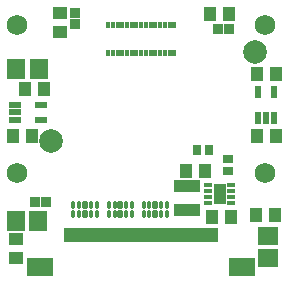
<source format=gts>
G04*
G04 #@! TF.GenerationSoftware,Altium Limited,Altium Designer,20.0.13 (296)*
G04*
G04 Layer_Color=8388736*
%FSLAX44Y44*%
%MOMM*%
G71*
G01*
G75*
%ADD31R,0.3200X0.6000*%
G04:AMPARAMS|DCode=32|XSize=0.34mm|YSize=0.705mm|CornerRadius=0.12mm|HoleSize=0mm|Usage=FLASHONLY|Rotation=0.000|XOffset=0mm|YOffset=0mm|HoleType=Round|Shape=RoundedRectangle|*
%AMROUNDEDRECTD32*
21,1,0.3400,0.4650,0,0,0.0*
21,1,0.1000,0.7050,0,0,0.0*
1,1,0.2400,0.0500,-0.2325*
1,1,0.2400,-0.0500,-0.2325*
1,1,0.2400,-0.0500,0.2325*
1,1,0.2400,0.0500,0.2325*
%
%ADD32ROUNDEDRECTD32*%
G04:AMPARAMS|DCode=33|XSize=0.54mm|YSize=0.705mm|CornerRadius=0.12mm|HoleSize=0mm|Usage=FLASHONLY|Rotation=0.000|XOffset=0mm|YOffset=0mm|HoleType=Round|Shape=RoundedRectangle|*
%AMROUNDEDRECTD33*
21,1,0.5400,0.4650,0,0,0.0*
21,1,0.3000,0.7050,0,0,0.0*
1,1,0.2400,0.1500,-0.2325*
1,1,0.2400,-0.1500,-0.2325*
1,1,0.2400,-0.1500,0.2325*
1,1,0.2400,0.1500,0.2325*
%
%ADD33ROUNDEDRECTD33*%
%ADD34R,2.2032X1.5032*%
%ADD35R,0.5032X1.2032*%
%ADD36R,0.5000X1.0000*%
%ADD37R,1.0000X0.5000*%
%ADD38R,0.6400X0.4200*%
%ADD39R,1.0400X1.7400*%
%ADD40R,1.1032X1.2032*%
%ADD41R,0.7532X0.8532*%
%ADD42R,2.2032X1.0032*%
%ADD43R,0.8232X0.8232*%
%ADD44R,1.5032X1.7032*%
%ADD45R,0.8532X0.7532*%
%ADD46R,1.7032X1.5032*%
%ADD47R,1.2032X1.1032*%
%ADD48R,0.8232X0.8232*%
%ADD49C,2.0000*%
%ADD50C,1.7272*%
%ADD51C,0.5032*%
D31*
X28000Y99700D02*
D03*
X24000D02*
D03*
X20000D02*
D03*
X16000D02*
D03*
X4000D02*
D03*
X0D02*
D03*
X-4000D02*
D03*
X-8000D02*
D03*
X-12000D02*
D03*
X-16000D02*
D03*
X-20000D02*
D03*
X-24000D02*
D03*
X-28000D02*
D03*
Y75700D02*
D03*
X-24000D02*
D03*
X-20000D02*
D03*
X-16000D02*
D03*
X-12000D02*
D03*
X-8000D02*
D03*
X-4000D02*
D03*
X0D02*
D03*
X4000D02*
D03*
X8000D02*
D03*
X12000D02*
D03*
X16000D02*
D03*
X20000D02*
D03*
X24000D02*
D03*
X28000D02*
D03*
X12000Y99700D02*
D03*
X8000D02*
D03*
D32*
X2001Y-52328D02*
D03*
X7001D02*
D03*
X17001D02*
D03*
X22001D02*
D03*
Y-60678D02*
D03*
X17001D02*
D03*
X7001D02*
D03*
X2001D02*
D03*
X-27500Y-52328D02*
D03*
X-22500D02*
D03*
X-12500D02*
D03*
X-7500D02*
D03*
Y-60678D02*
D03*
X-12500D02*
D03*
X-22500D02*
D03*
X-27500D02*
D03*
X-57500Y-52328D02*
D03*
X-52500D02*
D03*
X-42500D02*
D03*
X-37500D02*
D03*
Y-60678D02*
D03*
X-42500D02*
D03*
X-52500D02*
D03*
X-57500D02*
D03*
D33*
X12001Y-52328D02*
D03*
Y-60678D02*
D03*
X-17500Y-52328D02*
D03*
Y-60678D02*
D03*
X-47500Y-52328D02*
D03*
Y-60678D02*
D03*
D34*
X-85500Y-105500D02*
D03*
X85074D02*
D03*
D35*
X62500Y-78500D02*
D03*
X42500D02*
D03*
X22500D02*
D03*
X2500D02*
D03*
X-2500D02*
D03*
X-22500D02*
D03*
X-42500D02*
D03*
X-62500D02*
D03*
X52500D02*
D03*
X57500D02*
D03*
X47500D02*
D03*
X32500D02*
D03*
X37500D02*
D03*
X27500D02*
D03*
X12500D02*
D03*
X17500D02*
D03*
X7500D02*
D03*
X-7500D02*
D03*
X-12500D02*
D03*
X-17500D02*
D03*
X-32500D02*
D03*
X-27500D02*
D03*
X-37500D02*
D03*
X-52500D02*
D03*
X-47500D02*
D03*
X-57500D02*
D03*
D36*
X112320Y42849D02*
D03*
Y20849D02*
D03*
X99320Y42849D02*
D03*
Y20849D02*
D03*
X105820D02*
D03*
D37*
X-106504Y25726D02*
D03*
Y32226D02*
D03*
X-84504D02*
D03*
X-106504Y19225D02*
D03*
X-84504D02*
D03*
D38*
X57000Y-36000D02*
D03*
Y-41000D02*
D03*
Y-46000D02*
D03*
Y-51000D02*
D03*
X76000Y-36000D02*
D03*
Y-41000D02*
D03*
Y-46000D02*
D03*
Y-51000D02*
D03*
D39*
X66500Y-43500D02*
D03*
D40*
X113500Y-61250D02*
D03*
X97500D02*
D03*
X38000Y-23500D02*
D03*
X54000D02*
D03*
X60154Y-62524D02*
D03*
X76154D02*
D03*
X98250Y58154D02*
D03*
X114250D02*
D03*
X98250Y5654D02*
D03*
X114250D02*
D03*
X-82504Y45725D02*
D03*
X-98504D02*
D03*
X58362Y109060D02*
D03*
X74362D02*
D03*
X-108160Y5997D02*
D03*
X-92160D02*
D03*
D41*
X47367Y-6428D02*
D03*
X57367D02*
D03*
D42*
X39000Y-37000D02*
D03*
Y-57000D02*
D03*
D43*
X65164Y96360D02*
D03*
X74164D02*
D03*
X-89500Y-50000D02*
D03*
X-80500D02*
D03*
D44*
X-87000Y-66000D02*
D03*
X-106000D02*
D03*
X-86596Y62484D02*
D03*
X-105596D02*
D03*
D45*
X73406Y-14121D02*
D03*
Y-24121D02*
D03*
D46*
X107250Y-97750D02*
D03*
Y-78750D02*
D03*
D47*
X-106000Y-81500D02*
D03*
Y-97500D02*
D03*
X-68974Y93961D02*
D03*
Y109961D02*
D03*
D48*
X-56020Y100866D02*
D03*
Y109866D02*
D03*
D49*
X-76500Y1500D02*
D03*
X96520Y76708D02*
D03*
D50*
X105000Y-25690D02*
D03*
X-105000Y99310D02*
D03*
X105000D02*
D03*
X-105000Y-25690D02*
D03*
D51*
X66500Y-48500D02*
D03*
Y-38500D02*
D03*
M02*

</source>
